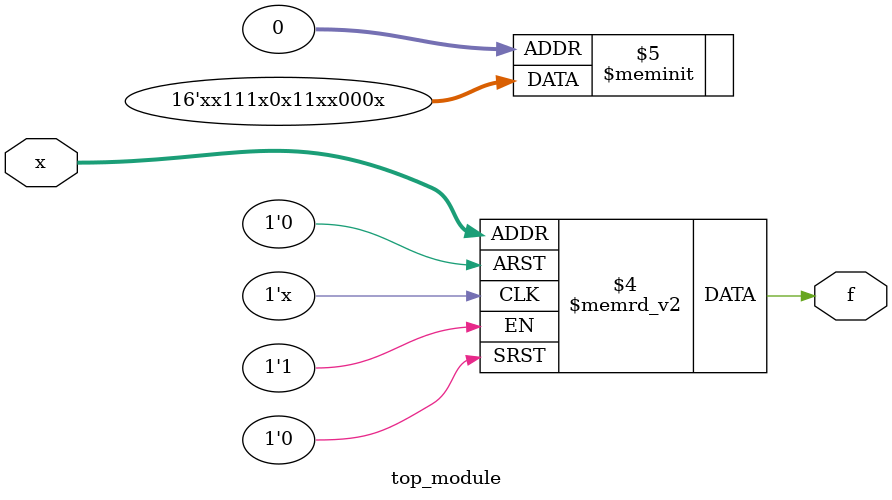
<source format=sv>
module top_module (
    input [4:1] x,
    output logic f
);

    always_comb begin
        case (x)
            4'b0001, 4'b0010, 4'b0011, 4'b1001: f = 1'b0;
            4'b1100, 4'b1101, 4'b1011, 4'b0110, 4'b0111: f = 1'b1;
            default: f = 1'bx; // don't-care conditions, you could also assign these to 1 or 0 if desired
        endcase
    end

endmodule

</source>
